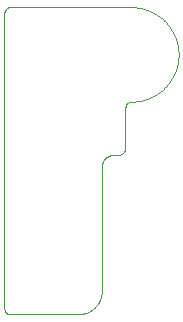
<source format=gtp>
G75*
%MOIN*%
%OFA0B0*%
%FSLAX25Y25*%
%IPPOS*%
%LPD*%
%AMOC8*
5,1,8,0,0,1.08239X$1,22.5*
%
%ADD10C,0.00000*%
D10*
X0043854Y0005437D02*
X0043854Y0103862D01*
X0043853Y0103862D02*
X0043855Y0103948D01*
X0043860Y0104034D01*
X0043870Y0104119D01*
X0043883Y0104204D01*
X0043900Y0104288D01*
X0043920Y0104372D01*
X0043944Y0104454D01*
X0043972Y0104535D01*
X0044003Y0104616D01*
X0044037Y0104694D01*
X0044075Y0104771D01*
X0044117Y0104847D01*
X0044161Y0104920D01*
X0044209Y0104991D01*
X0044260Y0105061D01*
X0044314Y0105128D01*
X0044370Y0105192D01*
X0044430Y0105254D01*
X0044492Y0105314D01*
X0044556Y0105370D01*
X0044623Y0105424D01*
X0044693Y0105475D01*
X0044764Y0105523D01*
X0044838Y0105567D01*
X0044913Y0105609D01*
X0044990Y0105647D01*
X0045068Y0105681D01*
X0045149Y0105712D01*
X0045230Y0105740D01*
X0045312Y0105764D01*
X0045396Y0105784D01*
X0045480Y0105801D01*
X0045565Y0105814D01*
X0045650Y0105824D01*
X0045736Y0105829D01*
X0045822Y0105831D01*
X0086176Y0105831D01*
X0101924Y0090083D02*
X0101919Y0089702D01*
X0101906Y0089322D01*
X0101883Y0088942D01*
X0101850Y0088563D01*
X0101809Y0088185D01*
X0101759Y0087808D01*
X0101699Y0087432D01*
X0101631Y0087057D01*
X0101553Y0086685D01*
X0101466Y0086314D01*
X0101371Y0085946D01*
X0101266Y0085580D01*
X0101153Y0085217D01*
X0101031Y0084856D01*
X0100901Y0084499D01*
X0100761Y0084145D01*
X0100614Y0083794D01*
X0100457Y0083447D01*
X0100293Y0083104D01*
X0100120Y0082765D01*
X0099939Y0082430D01*
X0099750Y0082099D01*
X0099553Y0081774D01*
X0099349Y0081453D01*
X0099136Y0081137D01*
X0098916Y0080827D01*
X0098689Y0080521D01*
X0098454Y0080222D01*
X0098212Y0079928D01*
X0097964Y0079640D01*
X0097708Y0079358D01*
X0097445Y0079083D01*
X0097176Y0078814D01*
X0096901Y0078551D01*
X0096619Y0078295D01*
X0096331Y0078047D01*
X0096037Y0077805D01*
X0095738Y0077570D01*
X0095432Y0077343D01*
X0095122Y0077123D01*
X0094806Y0076910D01*
X0094485Y0076706D01*
X0094160Y0076509D01*
X0093829Y0076320D01*
X0093494Y0076139D01*
X0093155Y0075966D01*
X0092812Y0075802D01*
X0092465Y0075645D01*
X0092114Y0075498D01*
X0091760Y0075358D01*
X0091403Y0075228D01*
X0091042Y0075106D01*
X0090679Y0074993D01*
X0090313Y0074888D01*
X0089945Y0074793D01*
X0089574Y0074706D01*
X0089202Y0074628D01*
X0088827Y0074560D01*
X0088451Y0074500D01*
X0088074Y0074450D01*
X0087696Y0074409D01*
X0087317Y0074376D01*
X0086937Y0074353D01*
X0086557Y0074340D01*
X0086176Y0074335D01*
X0086090Y0074333D01*
X0086004Y0074328D01*
X0085919Y0074318D01*
X0085834Y0074305D01*
X0085750Y0074288D01*
X0085666Y0074268D01*
X0085584Y0074244D01*
X0085503Y0074216D01*
X0085422Y0074185D01*
X0085344Y0074151D01*
X0085267Y0074113D01*
X0085192Y0074071D01*
X0085118Y0074027D01*
X0085047Y0073979D01*
X0084977Y0073928D01*
X0084910Y0073874D01*
X0084846Y0073818D01*
X0084784Y0073758D01*
X0084724Y0073696D01*
X0084668Y0073632D01*
X0084614Y0073565D01*
X0084563Y0073495D01*
X0084515Y0073424D01*
X0084471Y0073351D01*
X0084429Y0073275D01*
X0084391Y0073198D01*
X0084357Y0073120D01*
X0084326Y0073039D01*
X0084298Y0072958D01*
X0084274Y0072876D01*
X0084254Y0072792D01*
X0084237Y0072708D01*
X0084224Y0072623D01*
X0084214Y0072538D01*
X0084209Y0072452D01*
X0084207Y0072366D01*
X0084208Y0072366D02*
X0084208Y0058980D01*
X0084206Y0058885D01*
X0084200Y0058790D01*
X0084191Y0058695D01*
X0084177Y0058601D01*
X0084160Y0058508D01*
X0084139Y0058415D01*
X0084115Y0058323D01*
X0084086Y0058232D01*
X0084055Y0058142D01*
X0084019Y0058054D01*
X0083980Y0057967D01*
X0083937Y0057882D01*
X0083892Y0057799D01*
X0083842Y0057718D01*
X0083790Y0057638D01*
X0083734Y0057561D01*
X0083676Y0057486D01*
X0083614Y0057414D01*
X0083549Y0057344D01*
X0083482Y0057277D01*
X0083412Y0057212D01*
X0083340Y0057150D01*
X0083265Y0057092D01*
X0083188Y0057036D01*
X0083108Y0056984D01*
X0083027Y0056934D01*
X0082944Y0056889D01*
X0082859Y0056846D01*
X0082772Y0056807D01*
X0082684Y0056771D01*
X0082594Y0056740D01*
X0082503Y0056711D01*
X0082411Y0056687D01*
X0082318Y0056666D01*
X0082225Y0056649D01*
X0082131Y0056635D01*
X0082036Y0056626D01*
X0081941Y0056620D01*
X0081846Y0056618D01*
X0080271Y0056618D01*
X0080147Y0056616D01*
X0080024Y0056610D01*
X0079900Y0056601D01*
X0079778Y0056587D01*
X0079655Y0056570D01*
X0079533Y0056548D01*
X0079412Y0056523D01*
X0079292Y0056494D01*
X0079173Y0056462D01*
X0079054Y0056425D01*
X0078937Y0056385D01*
X0078822Y0056342D01*
X0078707Y0056294D01*
X0078595Y0056243D01*
X0078484Y0056189D01*
X0078374Y0056131D01*
X0078267Y0056070D01*
X0078161Y0056005D01*
X0078058Y0055937D01*
X0077957Y0055866D01*
X0077858Y0055792D01*
X0077761Y0055715D01*
X0077667Y0055634D01*
X0077576Y0055551D01*
X0077487Y0055465D01*
X0077401Y0055376D01*
X0077318Y0055285D01*
X0077237Y0055191D01*
X0077160Y0055094D01*
X0077086Y0054995D01*
X0077015Y0054894D01*
X0076947Y0054791D01*
X0076882Y0054685D01*
X0076821Y0054578D01*
X0076763Y0054468D01*
X0076709Y0054357D01*
X0076658Y0054245D01*
X0076610Y0054130D01*
X0076567Y0054015D01*
X0076527Y0053898D01*
X0076490Y0053779D01*
X0076458Y0053660D01*
X0076429Y0053540D01*
X0076404Y0053419D01*
X0076382Y0053297D01*
X0076365Y0053174D01*
X0076351Y0053052D01*
X0076342Y0052928D01*
X0076336Y0052805D01*
X0076334Y0052681D01*
X0076334Y0011343D01*
X0076332Y0011153D01*
X0076325Y0010963D01*
X0076313Y0010773D01*
X0076297Y0010583D01*
X0076277Y0010394D01*
X0076251Y0010205D01*
X0076222Y0010017D01*
X0076187Y0009830D01*
X0076148Y0009644D01*
X0076105Y0009459D01*
X0076057Y0009274D01*
X0076005Y0009091D01*
X0075949Y0008910D01*
X0075888Y0008730D01*
X0075822Y0008551D01*
X0075753Y0008374D01*
X0075679Y0008198D01*
X0075601Y0008025D01*
X0075518Y0007853D01*
X0075432Y0007684D01*
X0075342Y0007516D01*
X0075247Y0007351D01*
X0075149Y0007188D01*
X0075046Y0007028D01*
X0074940Y0006870D01*
X0074830Y0006715D01*
X0074717Y0006562D01*
X0074599Y0006412D01*
X0074478Y0006266D01*
X0074354Y0006122D01*
X0074226Y0005981D01*
X0074095Y0005843D01*
X0073960Y0005708D01*
X0073822Y0005577D01*
X0073681Y0005449D01*
X0073537Y0005325D01*
X0073391Y0005204D01*
X0073241Y0005086D01*
X0073088Y0004973D01*
X0072933Y0004863D01*
X0072775Y0004757D01*
X0072615Y0004654D01*
X0072452Y0004556D01*
X0072287Y0004461D01*
X0072119Y0004371D01*
X0071950Y0004285D01*
X0071778Y0004202D01*
X0071605Y0004124D01*
X0071429Y0004050D01*
X0071252Y0003981D01*
X0071073Y0003915D01*
X0070893Y0003854D01*
X0070712Y0003798D01*
X0070529Y0003746D01*
X0070344Y0003698D01*
X0070159Y0003655D01*
X0069973Y0003616D01*
X0069786Y0003581D01*
X0069598Y0003552D01*
X0069409Y0003526D01*
X0069220Y0003506D01*
X0069030Y0003490D01*
X0068840Y0003478D01*
X0068650Y0003471D01*
X0068460Y0003469D01*
X0045822Y0003469D01*
X0045822Y0003468D02*
X0045736Y0003470D01*
X0045650Y0003475D01*
X0045565Y0003485D01*
X0045480Y0003498D01*
X0045396Y0003515D01*
X0045312Y0003535D01*
X0045230Y0003559D01*
X0045149Y0003587D01*
X0045068Y0003618D01*
X0044990Y0003652D01*
X0044913Y0003690D01*
X0044838Y0003732D01*
X0044764Y0003776D01*
X0044693Y0003824D01*
X0044623Y0003875D01*
X0044556Y0003929D01*
X0044492Y0003985D01*
X0044430Y0004045D01*
X0044370Y0004107D01*
X0044314Y0004171D01*
X0044260Y0004238D01*
X0044209Y0004308D01*
X0044161Y0004379D01*
X0044117Y0004453D01*
X0044075Y0004528D01*
X0044037Y0004605D01*
X0044003Y0004683D01*
X0043972Y0004764D01*
X0043944Y0004845D01*
X0043920Y0004927D01*
X0043900Y0005011D01*
X0043883Y0005095D01*
X0043870Y0005180D01*
X0043860Y0005265D01*
X0043855Y0005351D01*
X0043853Y0005437D01*
X0101924Y0090083D02*
X0101919Y0090464D01*
X0101906Y0090844D01*
X0101883Y0091224D01*
X0101850Y0091603D01*
X0101809Y0091981D01*
X0101759Y0092358D01*
X0101699Y0092734D01*
X0101631Y0093109D01*
X0101553Y0093481D01*
X0101466Y0093852D01*
X0101371Y0094220D01*
X0101266Y0094586D01*
X0101153Y0094949D01*
X0101031Y0095310D01*
X0100901Y0095667D01*
X0100761Y0096021D01*
X0100614Y0096372D01*
X0100457Y0096719D01*
X0100293Y0097062D01*
X0100120Y0097401D01*
X0099939Y0097736D01*
X0099750Y0098067D01*
X0099553Y0098392D01*
X0099349Y0098713D01*
X0099136Y0099029D01*
X0098916Y0099339D01*
X0098689Y0099645D01*
X0098454Y0099944D01*
X0098212Y0100238D01*
X0097964Y0100526D01*
X0097708Y0100808D01*
X0097445Y0101083D01*
X0097176Y0101352D01*
X0096901Y0101615D01*
X0096619Y0101871D01*
X0096331Y0102119D01*
X0096037Y0102361D01*
X0095738Y0102596D01*
X0095432Y0102823D01*
X0095122Y0103043D01*
X0094806Y0103256D01*
X0094485Y0103460D01*
X0094160Y0103657D01*
X0093829Y0103846D01*
X0093494Y0104027D01*
X0093155Y0104200D01*
X0092812Y0104364D01*
X0092465Y0104521D01*
X0092114Y0104668D01*
X0091760Y0104808D01*
X0091403Y0104938D01*
X0091042Y0105060D01*
X0090679Y0105173D01*
X0090313Y0105278D01*
X0089945Y0105373D01*
X0089574Y0105460D01*
X0089202Y0105538D01*
X0088827Y0105606D01*
X0088451Y0105666D01*
X0088074Y0105716D01*
X0087696Y0105757D01*
X0087317Y0105790D01*
X0086937Y0105813D01*
X0086557Y0105826D01*
X0086176Y0105831D01*
M02*

</source>
